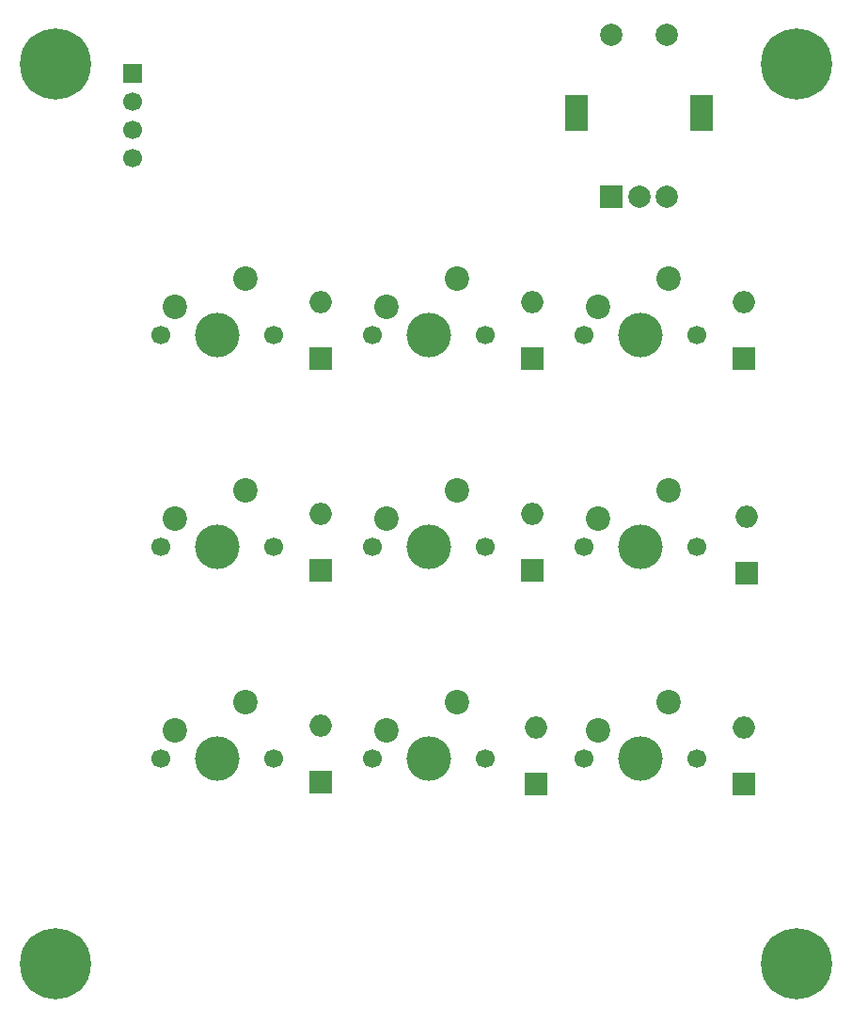
<source format=gbr>
%TF.GenerationSoftware,KiCad,Pcbnew,9.0.1*%
%TF.CreationDate,2025-06-05T14:05:19-05:00*%
%TF.ProjectId,CopyPAD,436f7079-5041-4442-9e6b-696361645f70,rev?*%
%TF.SameCoordinates,Original*%
%TF.FileFunction,Soldermask,Top*%
%TF.FilePolarity,Negative*%
%FSLAX46Y46*%
G04 Gerber Fmt 4.6, Leading zero omitted, Abs format (unit mm)*
G04 Created by KiCad (PCBNEW 9.0.1) date 2025-06-05 14:05:19*
%MOMM*%
%LPD*%
G01*
G04 APERTURE LIST*
%ADD10R,2.000000X2.000000*%
%ADD11C,2.000000*%
%ADD12R,2.000000X3.200000*%
%ADD13O,2.000000X2.000000*%
%ADD14C,6.400000*%
%ADD15C,1.700000*%
%ADD16C,4.000000*%
%ADD17C,2.200000*%
%ADD18R,1.700000X1.700000*%
G04 APERTURE END LIST*
D10*
%TO.C,SW11*%
X74472588Y-35182825D03*
D11*
X79472588Y-35182825D03*
X76972588Y-35182825D03*
D12*
X71372588Y-27682825D03*
X82572588Y-27682825D03*
D11*
X79472588Y-20682825D03*
X74472588Y-20682825D03*
%TD*%
D10*
%TO.C,D6*%
X67328838Y-68837825D03*
D13*
X67328838Y-63757825D03*
%TD*%
D14*
%TO.C,H4*%
X91141338Y-104239075D03*
%TD*%
D10*
%TO.C,D7*%
X86672462Y-69036503D03*
D13*
X86672462Y-63956503D03*
%TD*%
D15*
%TO.C,SW4*%
X33882750Y-66724076D03*
D16*
X38962750Y-66724076D03*
D15*
X44042750Y-66724076D03*
D17*
X41502750Y-61644076D03*
X35152750Y-64184076D03*
%TD*%
D10*
%TO.C,D10*%
X86451075Y-88084167D03*
D13*
X86451075Y-83004167D03*
%TD*%
D10*
%TO.C,D4*%
X86378838Y-49787825D03*
D13*
X86378838Y-44707825D03*
%TD*%
D15*
%TO.C,SW3*%
X71993336Y-47677742D03*
D16*
X77073336Y-47677742D03*
D15*
X82153336Y-47677742D03*
D17*
X79613336Y-42597742D03*
X73263336Y-45137742D03*
%TD*%
D14*
%TO.C,H2*%
X91141338Y-23276575D03*
%TD*%
D10*
%TO.C,D5*%
X48278838Y-68837825D03*
D13*
X48278838Y-63757825D03*
%TD*%
D14*
%TO.C,H3*%
X24466338Y-104239075D03*
%TD*%
D15*
%TO.C,SW5*%
X52932750Y-66724076D03*
D16*
X58012750Y-66724076D03*
D15*
X63092750Y-66724076D03*
D17*
X60552750Y-61644076D03*
X54202750Y-64184076D03*
%TD*%
D14*
%TO.C,H1*%
X24466338Y-23276575D03*
%TD*%
D10*
%TO.C,D8*%
X48278838Y-87887825D03*
D13*
X48278838Y-82807825D03*
%TD*%
D10*
%TO.C,D9*%
X67672957Y-88084167D03*
D13*
X67672957Y-83004167D03*
%TD*%
D10*
%TO.C,D2*%
X48278838Y-49787825D03*
D13*
X48278838Y-44707825D03*
%TD*%
D15*
%TO.C,SW7*%
X33880192Y-85724545D03*
D16*
X38960192Y-85724545D03*
D15*
X44040192Y-85724545D03*
D17*
X41500192Y-80644545D03*
X35150192Y-83184545D03*
%TD*%
D15*
%TO.C,SW1*%
X33887767Y-47670023D03*
D16*
X38967767Y-47670023D03*
D15*
X44047767Y-47670023D03*
D17*
X41507767Y-42590023D03*
X35157767Y-45130023D03*
%TD*%
D15*
%TO.C,SW9*%
X72009327Y-85756568D03*
D16*
X77089327Y-85756568D03*
D15*
X82169327Y-85756568D03*
D17*
X79629327Y-80676568D03*
X73279327Y-83216568D03*
%TD*%
D15*
%TO.C,SW8*%
X52928838Y-85774075D03*
D16*
X58008838Y-85774075D03*
D15*
X63088838Y-85774075D03*
D17*
X60548838Y-80694075D03*
X54198838Y-83234075D03*
%TD*%
D15*
%TO.C,SW2*%
X52932750Y-47674076D03*
D16*
X58012750Y-47674076D03*
D15*
X63092750Y-47674076D03*
D17*
X60552750Y-42594076D03*
X54202750Y-45134076D03*
%TD*%
D10*
%TO.C,D3*%
X67328838Y-49787825D03*
D13*
X67328838Y-44707825D03*
%TD*%
D15*
%TO.C,SW6*%
X71978531Y-66726391D03*
D16*
X77058531Y-66726391D03*
D15*
X82138531Y-66726391D03*
D17*
X79598531Y-61646391D03*
X73248531Y-64186391D03*
%TD*%
D18*
%TO.C,J1*%
X31397807Y-24161975D03*
D15*
X31397807Y-26701975D03*
X31397807Y-29241975D03*
X31397807Y-31781975D03*
%TD*%
M02*

</source>
